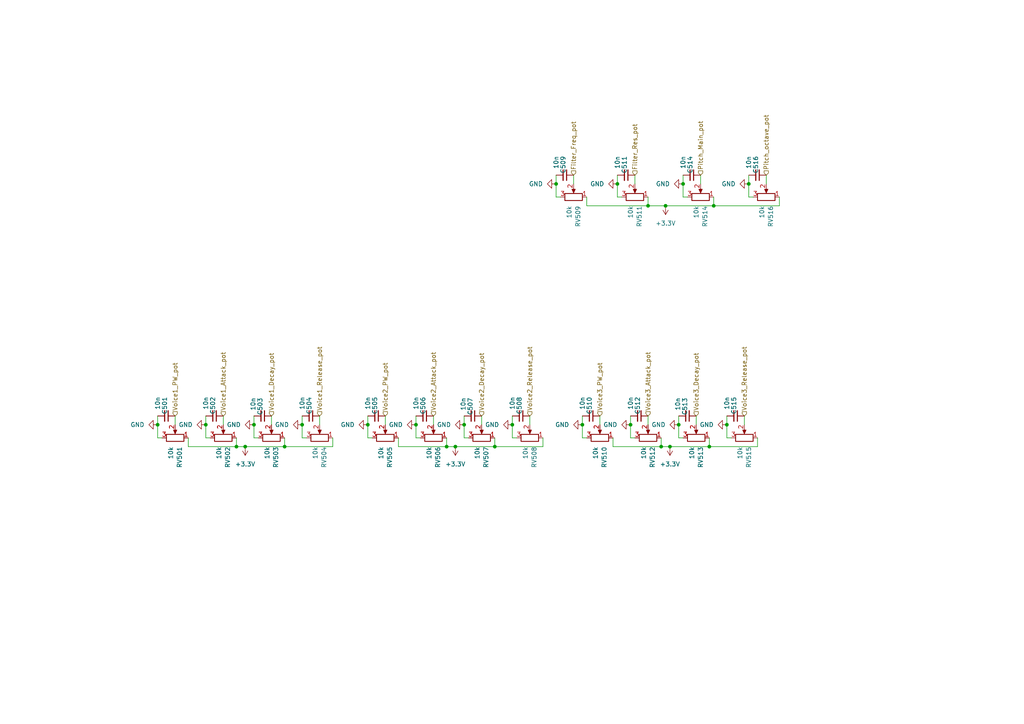
<source format=kicad_sch>
(kicad_sch (version 20231120) (generator "eeschema") (generator_version "8.0")
  (paper "A4")
  (title_block (title "Potars") (date "2024-03-14") (rev "1.0"))
  (lib_symbols
    (symbol "Device:C_Small" (pin_numbers hide) (pin_names (offset 0.254) hide)
      (property "Reference" "C" (at 0.254 1.778 0))
      (property "Value" "C_Small" (at 0.254 -2.032 0))
      (symbol "C_Small_0_1"
        (polyline (pts (xy -1.524 -0.508) (xy 1.524 -0.508)) (stroke (width 0.3302)))
        (polyline (pts (xy -1.524 0.508) (xy 1.524 0.508)) (stroke (width 0.3048)))
      )
      (symbol "C_Small_1_1"
        (pin passive line (at 0 2.54 270) (length 2.032) (name "~") (number "1"))
        (pin passive line (at 0 -2.54 90) (length 2.032) (name "~") (number "2"))
      )
    )
    (symbol "Device:R_Potentiometer" (pin_names (offset 1.016) hide)
      (property "Reference" "RV" (at -4.445 0 90))
      (property "Value" "R_Potentiometer" (at -2.54 0 90))
      (symbol "R_Potentiometer_0_1"
        (polyline (pts (xy 2.54 0) (xy 1.524 0)))
        (polyline (pts (xy 1.143 0) (xy 2.286 0.508) (xy 2.286 -0.508) (xy 1.143 0)) (fill (type outline)))
        (rectangle (start 1.016 2.54) (end -1.016 -2.54) (stroke (width 0.254)))
      )
      (symbol "R_Potentiometer_1_1"
        (pin passive line (at 0 3.81 270) (length 1.27) (name "1") (number "1"))
        (pin passive line (at 3.81 0 180) (length 1.27) (name "2") (number "2"))
        (pin passive line (at 0 -3.81 90) (length 1.27) (name "3") (number "3"))
      )
    )
    (symbol "power:+3.3V" (power) (pin_numbers hide) (pin_names (offset 0) hide)
      (property "Value" "+3.3V" (at 0 3.556 0))
      (symbol "+3.3V_0_1"
        (polyline (pts (xy -0.762 1.27) (xy 0 2.54)))
        (polyline (pts (xy 0 0) (xy 0 2.54)))
        (polyline (pts (xy 0 2.54) (xy 0.762 1.27)))
      )
      (symbol "+3.3V_1_1"
        (pin power_in line (at 0 0 90) (length 0) (name "~") (number "1"))
      )
    )
    (symbol "power:GND" (power) (pin_numbers hide) (pin_names (offset 0) hide)
      (property "Value" "GND" (at 0 -3.81 0))
      (symbol "GND_0_1"
        (polyline (pts (xy 0 0) (xy 0 -1.27) (xy 1.27 -1.27) (xy 0 -2.54) (xy -1.27 -1.27) (xy 0 -1.27)))
      )
      (symbol "GND_1_1"
        (pin power_in line (at 0 0 270) (length 0) (name "~") (number "1"))
      )
    )
  )
  (junction (at 193.04 59.69))
  (junction (at 132.08 129.54))
  (junction (at 161.29 53.34))
  (junction (at 217.17 53.34))
  (junction (at 106.68 123.19))
  (junction (at 129.54 129.54))
  (junction (at 207.01 59.69))
  (junction (at 73.66 123.19))
  (junction (at 179.07 53.34))
  (junction (at 71.12 129.54))
  (junction (at 191.77 129.54))
  (junction (at 210.82 123.19))
  (junction (at 148.59 123.19))
  (junction (at 134.62 123.19))
  (junction (at 59.69 123.19))
  (junction (at 198.12 53.34))
  (junction (at 187.96 59.69))
  (junction (at 45.72 123.19))
  (junction (at 87.63 123.19))
  (junction (at 182.88 123.19))
  (junction (at 168.91 123.19))
  (junction (at 196.85 123.19))
  (junction (at 120.65 123.19))
  (junction (at 68.58 129.54))
  (junction (at 82.55 129.54))
  (junction (at 194.31 129.54))
  (junction (at 205.74 129.54))
  (junction (at 143.51 129.54))
  (wire (pts (xy 198.12 50.8) (xy 198.12 53.34)))
  (wire (pts (xy 217.17 53.34) (xy 217.17 57.15)))
  (wire (pts (xy 205.74 127) (xy 205.74 129.54)))
  (wire (pts (xy 106.68 127) (xy 107.95 127)))
  (wire (pts (xy 139.7 120.65) (xy 139.7 123.19)))
  (wire (pts (xy 187.96 120.65) (xy 187.96 123.19)))
  (wire (pts (xy 82.55 127) (xy 82.55 129.54)))
  (wire (pts (xy 203.2 50.8) (xy 203.2 53.34)))
  (wire (pts (xy 106.68 123.19) (xy 106.68 127)))
  (wire (pts (xy 207.01 59.69) (xy 226.06 59.69)))
  (wire (pts (xy 215.9 120.65) (xy 215.9 123.19)))
  (wire (pts (xy 115.57 129.54) (xy 129.54 129.54)))
  (wire (pts (xy 179.07 50.8) (xy 179.07 53.34)))
  (wire (pts (xy 82.55 129.54) (xy 96.52 129.54)))
  (wire (pts (xy 184.15 50.8) (xy 184.15 53.34)))
  (wire (pts (xy 87.63 127) (xy 88.9 127)))
  (wire (pts (xy 182.88 127) (xy 184.15 127)))
  (wire (pts (xy 120.65 120.65) (xy 120.65 123.19)))
  (wire (pts (xy 217.17 50.8) (xy 217.17 53.34)))
  (wire (pts (xy 193.04 59.69) (xy 207.01 59.69)))
  (wire (pts (xy 157.48 127) (xy 157.48 129.54)))
  (wire (pts (xy 148.59 120.65) (xy 148.59 123.19)))
  (wire (pts (xy 134.62 123.19) (xy 134.62 127)))
  (wire (pts (xy 64.77 120.65) (xy 64.77 123.19)))
  (wire (pts (xy 177.8 129.54) (xy 191.77 129.54)))
  (wire (pts (xy 129.54 129.54) (xy 132.08 129.54)))
  (wire (pts (xy 168.91 127) (xy 170.18 127)))
  (wire (pts (xy 187.96 57.15) (xy 187.96 59.69)))
  (wire (pts (xy 54.61 129.54) (xy 68.58 129.54)))
  (wire (pts (xy 73.66 127) (xy 74.93 127)))
  (wire (pts (xy 170.18 57.15) (xy 170.18 59.69)))
  (wire (pts (xy 179.07 57.15) (xy 180.34 57.15)))
  (wire (pts (xy 166.37 50.8) (xy 166.37 53.34)))
  (wire (pts (xy 45.72 127) (xy 46.99 127)))
  (wire (pts (xy 143.51 127) (xy 143.51 129.54)))
  (wire (pts (xy 219.71 127) (xy 219.71 129.54)))
  (wire (pts (xy 73.66 120.65) (xy 73.66 123.19)))
  (wire (pts (xy 54.61 127) (xy 54.61 129.54)))
  (wire (pts (xy 59.69 123.19) (xy 59.69 127)))
  (wire (pts (xy 148.59 123.19) (xy 148.59 127)))
  (wire (pts (xy 205.74 129.54) (xy 219.71 129.54)))
  (wire (pts (xy 196.85 120.65) (xy 196.85 123.19)))
  (wire (pts (xy 115.57 127) (xy 115.57 129.54)))
  (wire (pts (xy 78.74 120.65) (xy 78.74 123.19)))
  (wire (pts (xy 106.68 120.65) (xy 106.68 123.19)))
  (wire (pts (xy 198.12 57.15) (xy 199.39 57.15)))
  (wire (pts (xy 201.93 120.65) (xy 201.93 123.19)))
  (wire (pts (xy 210.82 120.65) (xy 210.82 123.19)))
  (wire (pts (xy 50.8 120.65) (xy 50.8 123.19)))
  (wire (pts (xy 134.62 127) (xy 135.89 127)))
  (wire (pts (xy 92.71 120.65) (xy 92.71 123.19)))
  (wire (pts (xy 210.82 123.19) (xy 210.82 127)))
  (wire (pts (xy 161.29 57.15) (xy 162.56 57.15)))
  (wire (pts (xy 120.65 123.19) (xy 120.65 127)))
  (wire (pts (xy 182.88 123.19) (xy 182.88 127)))
  (wire (pts (xy 148.59 127) (xy 149.86 127)))
  (wire (pts (xy 207.01 57.15) (xy 207.01 59.69)))
  (wire (pts (xy 226.06 57.15) (xy 226.06 59.69)))
  (wire (pts (xy 191.77 129.54) (xy 194.31 129.54)))
  (wire (pts (xy 111.76 120.65) (xy 111.76 123.19)))
  (wire (pts (xy 222.25 50.8) (xy 222.25 53.34)))
  (wire (pts (xy 179.07 53.34) (xy 179.07 57.15)))
  (wire (pts (xy 173.99 120.65) (xy 173.99 123.19)))
  (wire (pts (xy 87.63 123.19) (xy 87.63 127)))
  (wire (pts (xy 168.91 123.19) (xy 168.91 127)))
  (wire (pts (xy 182.88 120.65) (xy 182.88 123.19)))
  (wire (pts (xy 125.73 120.65) (xy 125.73 123.19)))
  (wire (pts (xy 177.8 127) (xy 177.8 129.54)))
  (wire (pts (xy 87.63 120.65) (xy 87.63 123.19)))
  (wire (pts (xy 120.65 127) (xy 121.92 127)))
  (wire (pts (xy 161.29 53.34) (xy 161.29 57.15)))
  (wire (pts (xy 59.69 120.65) (xy 59.69 123.19)))
  (wire (pts (xy 134.62 120.65) (xy 134.62 123.19)))
  (wire (pts (xy 161.29 50.8) (xy 161.29 53.34)))
  (wire (pts (xy 73.66 123.19) (xy 73.66 127)))
  (wire (pts (xy 71.12 129.54) (xy 82.55 129.54)))
  (wire (pts (xy 129.54 129.54) (xy 129.54 127)))
  (wire (pts (xy 96.52 127) (xy 96.52 129.54)))
  (wire (pts (xy 132.08 129.54) (xy 143.51 129.54)))
  (wire (pts (xy 187.96 59.69) (xy 193.04 59.69)))
  (wire (pts (xy 210.82 127) (xy 212.09 127)))
  (wire (pts (xy 168.91 120.65) (xy 168.91 123.19)))
  (wire (pts (xy 196.85 127) (xy 198.12 127)))
  (wire (pts (xy 68.58 129.54) (xy 71.12 129.54)))
  (wire (pts (xy 45.72 120.65) (xy 45.72 123.19)))
  (wire (pts (xy 191.77 129.54) (xy 191.77 127)))
  (wire (pts (xy 59.69 127) (xy 60.96 127)))
  (wire (pts (xy 217.17 57.15) (xy 218.44 57.15)))
  (wire (pts (xy 45.72 123.19) (xy 45.72 127)))
  (wire (pts (xy 170.18 59.69) (xy 187.96 59.69)))
  (wire (pts (xy 68.58 129.54) (xy 68.58 127)))
  (wire (pts (xy 198.12 53.34) (xy 198.12 57.15)))
  (wire (pts (xy 153.67 120.65) (xy 153.67 123.19)))
  (wire (pts (xy 194.31 129.54) (xy 205.74 129.54)))
  (wire (pts (xy 143.51 129.54) (xy 157.48 129.54)))
  (wire (pts (xy 196.85 123.19) (xy 196.85 127)))
  (hierarchical_label "Filter_Freq_pot" (shape input) (at 166.37 50.8 90))
  (hierarchical_label "Pitch_Main_pot" (shape input) (at 203.2 50.8 90))
  (hierarchical_label "Voice1_Decay_pot" (shape input) (at 78.74 120.65 90))
  (hierarchical_label "Voice1_Attack_pot" (shape input) (at 64.77 120.65 90))
  (hierarchical_label "Voice1_PW_pot" (shape input) (at 50.8 120.65 90))
  (hierarchical_label "Voice2_Decay_pot" (shape input) (at 139.7 120.65 90))
  (hierarchical_label "Voice1_Release_pot" (shape input) (at 92.71 120.65 90))
  (hierarchical_label "Voice3_Decay_pot" (shape input) (at 201.93 120.65 90))
  (hierarchical_label "Voice3_PW_pot" (shape input) (at 173.99 120.65 90))
  (hierarchical_label "Voice2_Attack_pot" (shape input) (at 125.73 120.65 90))
  (hierarchical_label "Voice2_Release_pot" (shape input) (at 153.67 120.65 90))
  (hierarchical_label "Voice3_Attack_pot" (shape input) (at 187.96 120.65 90))
  (hierarchical_label "Pitch_octave_pot" (shape input) (at 222.25 50.8 90))
  (hierarchical_label "Filter_Res_pot" (shape input) (at 184.15 50.8 90))
  (hierarchical_label "Voice3_Release_pot" (shape input) (at 215.9 120.65 90))
  (hierarchical_label "Voice2_PW_pot" (shape input) (at 111.76 120.65 90))
  (symbol (lib_id "Device:R_Potentiometer") (at 78.74 127 270) (mirror x) (unit 1)
    (property "Reference" "RV503" (at 80.0101 129.54 0) (effects (justify right)))
    (property "Value" "10k" (at 77.4701 129.54 0) (effects (justify right)))
    (property "Footprint" "libs:Potentiometer_Alps_RK09K_Horizontal_CORRECTED" (effects (hide yes)))
    (property "Description" "Potentiometer" (effects (hide yes)))
  )
  (symbol (lib_id "Device:R_Potentiometer") (at 50.8 127 270) (mirror x) (unit 1)
    (property "Reference" "RV501" (at 52.0701 129.54 0) (effects (justify right)))
    (property "Value" "10k" (at 49.5301 129.54 0) (effects (justify right)))
    (property "Footprint" "libs:Potentiometer_Alps_RK09K_Horizontal_CORRECTED" (effects (hide yes)))
    (property "Datasheet" "https://docs.rs-online.com/06f8/0900766b80f4c571.pdf" (effects (hide yes)))
    (property "Description" "Potentiometer" (effects (hide yes)))
  )
  (symbol (lib_id "power:GND") (at 148.59 123.19 270) (unit 1)
    (property "Reference" "#PWR0510" (effects (hide yes)))
    (property "Value" "GND" (at 144.78 123.1899 90) (effects (justify right)))
    (property "Description" "Power symbol creates a global label with name \"GND\" , ground" (effects (hide yes)))
  )
  (symbol (lib_id "power:GND") (at 161.29 53.34 270) (unit 1)
    (property "Reference" "#PWR0511" (effects (hide yes)))
    (property "Value" "GND" (at 157.48 53.3399 90) (effects (justify right)))
    (property "Description" "Power symbol creates a global label with name \"GND\" , ground" (effects (hide yes)))
  )
  (symbol (lib_id "power:GND") (at 87.63 123.19 270) (unit 1)
    (property "Reference" "#PWR0505" (effects (hide yes)))
    (property "Value" "GND" (at 83.82 123.1899 90) (effects (justify right)))
    (property "Description" "Power symbol creates a global label with name \"GND\" , ground" (effects (hide yes)))
  )
  (symbol (lib_id "Device:R_Potentiometer") (at 222.25 57.15 270) (mirror x) (unit 1)
    (property "Reference" "RV516" (at 223.5201 59.69 0) (effects (justify right)))
    (property "Value" "10k" (at 220.9801 59.69 0) (effects (justify right)))
    (property "Footprint" "libs:Potentiometer_Alps_RK09K_Horizontal_CORRECTED" (effects (hide yes)))
    (property "Description" "Potentiometer" (effects (hide yes)))
  )
  (symbol (lib_id "Device:R_Potentiometer") (at 92.71 127 270) (mirror x) (unit 1)
    (property "Reference" "RV504" (at 93.9801 129.54 0) (effects (justify right)))
    (property "Value" "10k" (at 91.4401 129.54 0) (effects (justify right)))
    (property "Footprint" "libs:Potentiometer_Alps_RK09K_Horizontal_CORRECTED" (effects (hide yes)))
    (property "Description" "Potentiometer" (effects (hide yes)))
  )
  (symbol (lib_id "power:GND") (at 196.85 123.19 270) (unit 1)
    (property "Reference" "#PWR0517" (effects (hide yes)))
    (property "Value" "GND" (at 193.04 123.1899 90) (effects (justify right)))
    (property "Description" "Power symbol creates a global label with name \"GND\" , ground" (effects (hide yes)))
  )
  (symbol (lib_id "Device:C_Small") (at 171.45 120.65 270) (unit 1)
    (property "Reference" "C510" (at 170.942 115.062 0) (effects (justify left)))
    (property "Value" "10n" (at 168.91 115.062 0) (effects (justify left)))
    (property "Footprint" "Capacitor_SMD:C_0402_1005Metric" (effects (hide yes)))
    (property "Description" "Unpolarized capacitor, small symbol" (effects (hide yes)))
  )
  (symbol (lib_id "Device:C_Small") (at 76.2 120.65 270) (unit 1)
    (property "Reference" "C503" (at 75.438 115.316 0) (effects (justify left)))
    (property "Value" "10n" (at 73.406 115.316 0) (effects (justify left)))
    (property "Footprint" "Capacitor_SMD:C_0402_1005Metric" (effects (hide yes)))
    (property "Description" "Unpolarized capacitor, small symbol" (effects (hide yes)))
  )
  (symbol (lib_id "power:GND") (at 182.88 123.19 270) (unit 1)
    (property "Reference" "#PWR0514" (effects (hide yes)))
    (property "Value" "GND" (at 179.07 123.1899 90) (effects (justify right)))
    (property "Description" "Power symbol creates a global label with name \"GND\" , ground" (effects (hide yes)))
  )
  (symbol (lib_id "Device:C_Small") (at 90.17 120.65 270) (unit 1)
    (property "Reference" "C504" (at 89.662 115.062 0) (effects (justify left)))
    (property "Value" "10n" (at 87.63 115.062 0) (effects (justify left)))
    (property "Footprint" "Capacitor_SMD:C_0402_1005Metric" (effects (hide yes)))
    (property "Description" "Unpolarized capacitor, small symbol" (effects (hide yes)))
  )
  (symbol (lib_id "power:GND") (at 168.91 123.19 270) (unit 1)
    (property "Reference" "#PWR0512" (effects (hide yes)))
    (property "Value" "GND" (at 165.1 123.1899 90) (effects (justify right)))
    (property "Description" "Power symbol creates a global label with name \"GND\" , ground" (effects (hide yes)))
  )
  (symbol (lib_id "Device:C_Small") (at 185.42 120.65 270) (unit 1)
    (property "Reference" "C512" (at 184.912 115.062 0) (effects (justify left)))
    (property "Value" "10n" (at 182.88 115.062 0) (effects (justify left)))
    (property "Footprint" "Capacitor_SMD:C_0402_1005Metric" (effects (hide yes)))
    (property "Description" "Unpolarized capacitor, small symbol" (effects (hide yes)))
  )
  (symbol (lib_id "power:+3.3V") (at 71.12 129.54 180) (unit 1)
    (property "Reference" "#PWR0503" (effects (hide yes)))
    (property "Value" "+3.3V" (at 71.12 134.62 0))
    (property "Description" "Power symbol creates a global label with name \"+3.3V\"" (effects (hide yes)))
  )
  (symbol (lib_id "Device:C_Small") (at 109.22 120.65 270) (unit 1)
    (property "Reference" "C505" (at 108.712 115.062 0) (effects (justify left)))
    (property "Value" "10n" (at 106.68 115.062 0) (effects (justify left)))
    (property "Footprint" "Capacitor_SMD:C_0402_1005Metric" (effects (hide yes)))
    (property "Description" "Unpolarized capacitor, small symbol" (effects (hide yes)))
  )
  (symbol (lib_id "power:GND") (at 134.62 123.19 270) (unit 1)
    (property "Reference" "#PWR0509" (effects (hide yes)))
    (property "Value" "GND" (at 130.81 123.1899 90) (effects (justify right)))
    (property "Description" "Power symbol creates a global label with name \"GND\" , ground" (effects (hide yes)))
  )
  (symbol (lib_id "Device:C_Small") (at 199.39 120.65 270) (unit 1)
    (property "Reference" "C513" (at 198.628 115.316 0) (effects (justify left)))
    (property "Value" "10n" (at 196.596 115.316 0) (effects (justify left)))
    (property "Footprint" "Capacitor_SMD:C_0402_1005Metric" (effects (hide yes)))
    (property "Description" "Unpolarized capacitor, small symbol" (effects (hide yes)))
  )
  (symbol (lib_id "power:+3.3V") (at 132.08 129.54 180) (unit 1)
    (property "Reference" "#PWR0508" (effects (hide yes)))
    (property "Value" "+3.3V" (at 132.08 134.62 0))
    (property "Description" "Power symbol creates a global label with name \"+3.3V\"" (effects (hide yes)))
  )
  (symbol (lib_id "Device:C_Small") (at 163.83 50.8 270) (unit 1)
    (property "Reference" "C509" (at 163.322 45.212 0) (effects (justify left)))
    (property "Value" "10n" (at 161.29 45.212 0) (effects (justify left)))
    (property "Footprint" "Capacitor_SMD:C_0402_1005Metric" (effects (hide yes)))
    (property "Description" "Unpolarized capacitor, small symbol" (effects (hide yes)))
  )
  (symbol (lib_id "Device:C_Small") (at 48.26 120.65 270) (unit 1)
    (property "Reference" "C501" (at 47.752 115.062 0) (effects (justify left)))
    (property "Value" "10n" (at 45.72 115.062 0) (effects (justify left)))
    (property "Footprint" "Capacitor_SMD:C_0402_1005Metric" (effects (hide yes)))
    (property "Description" "Unpolarized capacitor, small symbol" (effects (hide yes)))
  )
  (symbol (lib_id "Device:C_Small") (at 151.13 120.65 270) (unit 1)
    (property "Reference" "C508" (at 150.622 115.062 0) (effects (justify left)))
    (property "Value" "10n" (at 148.59 115.062 0) (effects (justify left)))
    (property "Footprint" "Capacitor_SMD:C_0402_1005Metric" (effects (hide yes)))
    (property "Description" "Unpolarized capacitor, small symbol" (effects (hide yes)))
  )
  (symbol (lib_id "Device:C_Small") (at 200.66 50.8 270) (unit 1)
    (property "Reference" "C514" (at 200.152 45.212 0) (effects (justify left)))
    (property "Value" "10n" (at 198.12 45.212 0) (effects (justify left)))
    (property "Footprint" "Capacitor_SMD:C_0402_1005Metric" (effects (hide yes)))
    (property "Description" "Unpolarized capacitor, small symbol" (effects (hide yes)))
  )
  (symbol (lib_id "Device:R_Potentiometer") (at 166.37 57.15 270) (mirror x) (unit 1)
    (property "Reference" "RV509" (at 167.6401 59.69 0) (effects (justify right)))
    (property "Value" "10k" (at 165.1001 59.69 0) (effects (justify right)))
    (property "Footprint" "libs:Potentiometer_Alps_RK09K_Horizontal_CORRECTED" (effects (hide yes)))
    (property "Description" "Potentiometer" (effects (hide yes)))
  )
  (symbol (lib_id "power:GND") (at 45.72 123.19 270) (unit 1)
    (property "Reference" "#PWR0501" (effects (hide yes)))
    (property "Value" "GND" (at 41.91 123.1899 90) (effects (justify right)))
    (property "Description" "Power symbol creates a global label with name \"GND\" , ground" (effects (hide yes)))
  )
  (symbol (lib_id "power:GND") (at 210.82 123.19 270) (unit 1)
    (property "Reference" "#PWR0519" (effects (hide yes)))
    (property "Value" "GND" (at 207.01 123.1899 90) (effects (justify right)))
    (property "Description" "Power symbol creates a global label with name \"GND\" , ground" (effects (hide yes)))
  )
  (symbol (lib_id "Device:C_Small") (at 213.36 120.65 270) (unit 1)
    (property "Reference" "C515" (at 212.852 115.062 0) (effects (justify left)))
    (property "Value" "10n" (at 210.82 115.062 0) (effects (justify left)))
    (property "Footprint" "Capacitor_SMD:C_0402_1005Metric" (effects (hide yes)))
    (property "Description" "Unpolarized capacitor, small symbol" (effects (hide yes)))
  )
  (symbol (lib_id "power:GND") (at 106.68 123.19 270) (unit 1)
    (property "Reference" "#PWR0506" (effects (hide yes)))
    (property "Value" "GND" (at 102.87 123.1899 90) (effects (justify right)))
    (property "Description" "Power symbol creates a global label with name \"GND\" , ground" (effects (hide yes)))
  )
  (symbol (lib_id "Device:R_Potentiometer") (at 153.67 127 270) (mirror x) (unit 1)
    (property "Reference" "RV508" (at 154.9401 129.54 0) (effects (justify right)))
    (property "Value" "10k" (at 152.4001 129.54 0) (effects (justify right)))
    (property "Footprint" "libs:Potentiometer_Alps_RK09K_Horizontal_CORRECTED" (effects (hide yes)))
    (property "Description" "Potentiometer" (effects (hide yes)))
  )
  (symbol (lib_id "Device:C_Small") (at 219.71 50.8 270) (unit 1)
    (property "Reference" "C516" (at 219.202 45.212 0) (effects (justify left)))
    (property "Value" "10n" (at 217.17 45.212 0) (effects (justify left)))
    (property "Footprint" "Capacitor_SMD:C_0402_1005Metric" (effects (hide yes)))
    (property "Description" "Unpolarized capacitor, small symbol" (effects (hide yes)))
  )
  (symbol (lib_id "power:GND") (at 120.65 123.19 270) (unit 1)
    (property "Reference" "#PWR0507" (effects (hide yes)))
    (property "Value" "GND" (at 116.84 123.1899 90) (effects (justify right)))
    (property "Description" "Power symbol creates a global label with name \"GND\" , ground" (effects (hide yes)))
  )
  (symbol (lib_id "power:GND") (at 179.07 53.34 270) (unit 1)
    (property "Reference" "#PWR0513" (effects (hide yes)))
    (property "Value" "GND" (at 175.26 53.3399 90) (effects (justify right)))
    (property "Description" "Power symbol creates a global label with name \"GND\" , ground" (effects (hide yes)))
  )
  (symbol (lib_id "power:+3.3V") (at 193.04 59.69 180) (unit 1)
    (property "Reference" "#PWR0515" (effects (hide yes)))
    (property "Value" "+3.3V" (at 193.04 64.77 0))
    (property "Description" "Power symbol creates a global label with name \"+3.3V\"" (effects (hide yes)))
  )
  (symbol (lib_id "power:GND") (at 73.66 123.19 270) (unit 1)
    (property "Reference" "#PWR0504" (effects (hide yes)))
    (property "Value" "GND" (at 69.85 123.1899 90) (effects (justify right)))
    (property "Description" "Power symbol creates a global label with name \"GND\" , ground" (effects (hide yes)))
  )
  (symbol (lib_id "Device:R_Potentiometer") (at 173.99 127 270) (mirror x) (unit 1)
    (property "Reference" "RV510" (at 175.2601 129.54 0) (effects (justify right)))
    (property "Value" "10k" (at 172.7201 129.54 0) (effects (justify right)))
    (property "Footprint" "libs:Potentiometer_Alps_RK09K_Horizontal_CORRECTED" (effects (hide yes)))
    (property "Description" "Potentiometer" (effects (hide yes)))
  )
  (symbol (lib_id "Device:R_Potentiometer") (at 125.73 127 270) (mirror x) (unit 1)
    (property "Reference" "RV506" (at 127.0001 129.54 0) (effects (justify right)))
    (property "Value" "10k" (at 124.4601 129.54 0) (effects (justify right)))
    (property "Footprint" "libs:Potentiometer_Alps_RK09K_Horizontal_CORRECTED" (effects (hide yes)))
    (property "Description" "Potentiometer" (effects (hide yes)))
  )
  (symbol (lib_id "Device:R_Potentiometer") (at 184.15 57.15 270) (mirror x) (unit 1)
    (property "Reference" "RV511" (at 185.4201 59.69 0) (effects (justify right)))
    (property "Value" "10k" (at 182.8801 59.69 0) (effects (justify right)))
    (property "Footprint" "libs:Potentiometer_Alps_RK09K_Horizontal_CORRECTED" (effects (hide yes)))
    (property "Description" "Potentiometer" (effects (hide yes)))
  )
  (symbol (lib_id "Device:R_Potentiometer") (at 203.2 57.15 270) (mirror x) (unit 1)
    (property "Reference" "RV514" (at 204.4701 59.69 0) (effects (justify right)))
    (property "Value" "10k" (at 201.9301 59.69 0) (effects (justify right)))
    (property "Footprint" "libs:PTB6044-2010BPA103_BRN" (effects (hide yes)))
    (property "Description" "Potentiometer" (effects (hide yes)))
  )
  (symbol (lib_id "power:+3.3V") (at 194.31 129.54 180) (unit 1)
    (property "Reference" "#PWR0516" (effects (hide yes)))
    (property "Value" "+3.3V" (at 194.31 134.62 0))
    (property "Description" "Power symbol creates a global label with name \"+3.3V\"" (effects (hide yes)))
  )
  (symbol (lib_id "Device:C_Small") (at 123.19 120.65 270) (unit 1)
    (property "Reference" "C506" (at 122.682 115.062 0) (effects (justify left)))
    (property "Value" "10n" (at 120.65 115.062 0) (effects (justify left)))
    (property "Footprint" "Capacitor_SMD:C_0402_1005Metric" (effects (hide yes)))
    (property "Description" "Unpolarized capacitor, small symbol" (effects (hide yes)))
  )
  (symbol (lib_id "Device:R_Potentiometer") (at 201.93 127 270) (mirror x) (unit 1)
    (property "Reference" "RV513" (at 203.2001 129.54 0) (effects (justify right)))
    (property "Value" "10k" (at 200.6601 129.54 0) (effects (justify right)))
    (property "Footprint" "libs:Potentiometer_Alps_RK09K_Horizontal_CORRECTED" (effects (hide yes)))
    (property "Description" "Potentiometer" (effects (hide yes)))
  )
  (symbol (lib_id "Device:C_Small") (at 181.61 50.8 270) (unit 1)
    (property "Reference" "C511" (at 181.102 45.212 0) (effects (justify left)))
    (property "Value" "10n" (at 179.07 45.212 0) (effects (justify left)))
    (property "Footprint" "Capacitor_SMD:C_0402_1005Metric" (effects (hide yes)))
    (property "Description" "Unpolarized capacitor, small symbol" (effects (hide yes)))
  )
  (symbol (lib_id "power:GND") (at 59.69 123.19 270) (unit 1)
    (property "Reference" "#PWR0502" (effects (hide yes)))
    (property "Value" "GND" (at 55.88 123.1899 90) (effects (justify right)))
    (property "Description" "Power symbol creates a global label with name \"GND\" , ground" (effects (hide yes)))
  )
  (symbol (lib_id "Device:C_Small") (at 62.23 120.65 270) (unit 1)
    (property "Reference" "C502" (at 61.722 115.062 0) (effects (justify left)))
    (property "Value" "10n" (at 59.69 115.062 0) (effects (justify left)))
    (property "Footprint" "Capacitor_SMD:C_0402_1005Metric" (effects (hide yes)))
    (property "Description" "Unpolarized capacitor, small symbol" (effects (hide yes)))
  )
  (symbol (lib_id "Device:R_Potentiometer") (at 215.9 127 270) (mirror x) (unit 1)
    (property "Reference" "RV515" (at 217.1701 129.54 0) (effects (justify right)))
    (property "Value" "10k" (at 214.6301 129.54 0) (effects (justify right)))
    (property "Footprint" "libs:Potentiometer_Alps_RK09K_Horizontal_CORRECTED" (effects (hide yes)))
    (property "Description" "Potentiometer" (effects (hide yes)))
  )
  (symbol (lib_id "Device:R_Potentiometer") (at 111.76 127 270) (mirror x) (unit 1)
    (property "Reference" "RV505" (at 113.0301 129.54 0) (effects (justify right)))
    (property "Value" "10k" (at 110.4901 129.54 0) (effects (justify right)))
    (property "Footprint" "libs:Potentiometer_Alps_RK09K_Horizontal_CORRECTED" (effects (hide yes)))
    (property "Description" "Potentiometer" (effects (hide yes)))
  )
  (symbol (lib_id "Device:R_Potentiometer") (at 187.96 127 270) (mirror x) (unit 1)
    (property "Reference" "RV512" (at 189.2301 129.54 0) (effects (justify right)))
    (property "Value" "10k" (at 186.6901 129.54 0) (effects (justify right)))
    (property "Footprint" "libs:Potentiometer_Alps_RK09K_Horizontal_CORRECTED" (effects (hide yes)))
    (property "Description" "Potentiometer" (effects (hide yes)))
  )
  (symbol (lib_id "power:GND") (at 217.17 53.34 270) (unit 1)
    (property "Reference" "#PWR0520" (effects (hide yes)))
    (property "Value" "GND" (at 213.36 53.3399 90) (effects (justify right)))
    (property "Description" "Power symbol creates a global label with name \"GND\" , ground" (effects (hide yes)))
  )
  (symbol (lib_id "Device:R_Potentiometer") (at 139.7 127 270) (mirror x) (unit 1)
    (property "Reference" "RV507" (at 140.9701 129.54 0) (effects (justify right)))
    (property "Value" "10k" (at 138.4301 129.54 0) (effects (justify right)))
    (property "Footprint" "libs:Potentiometer_Alps_RK09K_Horizontal_CORRECTED" (effects (hide yes)))
    (property "Description" "Potentiometer" (effects (hide yes)))
  )
  (symbol (lib_id "Device:R_Potentiometer") (at 64.77 127 270) (mirror x) (unit 1)
    (property "Reference" "RV502" (at 66.0401 129.54 0) (effects (justify right)))
    (property "Value" "10k" (at 63.5001 129.54 0) (effects (justify right)))
    (property "Footprint" "libs:Potentiometer_Alps_RK09K_Horizontal_CORRECTED" (effects (hide yes)))
    (property "Description" "Potentiometer" (effects (hide yes)))
  )
  (symbol (lib_id "Device:C_Small") (at 137.16 120.65 270) (unit 1)
    (property "Reference" "C507" (at 136.398 115.316 0) (effects (justify left)))
    (property "Value" "10n" (at 134.366 115.316 0) (effects (justify left)))
    (property "Footprint" "Capacitor_SMD:C_0402_1005Metric" (effects (hide yes)))
    (property "Description" "Unpolarized capacitor, small symbol" (effects (hide yes)))
  )
  (symbol (lib_id "power:GND") (at 198.12 53.34 270) (unit 1)
    (property "Reference" "#PWR0518" (effects (hide yes)))
    (property "Value" "GND" (at 194.31 53.3399 90) (effects (justify right)))
    (property "Description" "Power symbol creates a global label with name \"GND\" , ground" (effects (hide yes)))
  )
)
</source>
